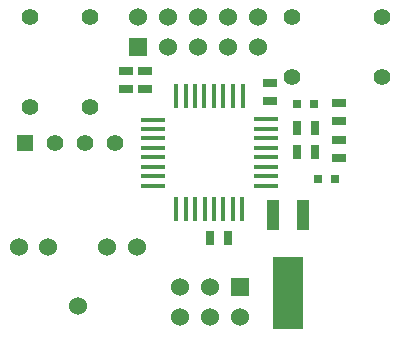
<source format=gts>
G04 (created by PCBNEW (2013-04-19 BZR 4011)-stable) date 6/24/2013 11:27:29 PM*
%MOIN*%
G04 Gerber Fmt 3.4, Leading zero omitted, Abs format*
%FSLAX34Y34*%
G01*
G70*
G90*
G04 APERTURE LIST*
%ADD10C,0.006*%
%ADD11R,0.055X0.055*%
%ADD12C,0.055*%
%ADD13R,0.06X0.06*%
%ADD14C,0.06*%
%ADD15R,0.045X0.025*%
%ADD16R,0.025X0.045*%
%ADD17R,0.0314X0.0314*%
%ADD18R,0.04X0.099*%
%ADD19R,0.099X0.24*%
%ADD20R,0.0177X0.0787*%
%ADD21R,0.0787X0.0177*%
G04 APERTURE END LIST*
G54D10*
G54D11*
X71850Y-42700D03*
G54D12*
X72850Y-42700D03*
X73850Y-42700D03*
X74850Y-42700D03*
G54D13*
X75600Y-39500D03*
G54D14*
X75600Y-38500D03*
X76600Y-39500D03*
X76600Y-38500D03*
X77600Y-39500D03*
X77600Y-38500D03*
X78600Y-39500D03*
X78600Y-38500D03*
X79600Y-39500D03*
X79600Y-38500D03*
G54D13*
X79000Y-47500D03*
G54D14*
X79000Y-48500D03*
X78000Y-47500D03*
X78000Y-48500D03*
X77000Y-47500D03*
X77000Y-48500D03*
G54D15*
X75200Y-40300D03*
X75200Y-40900D03*
G54D12*
X72000Y-38500D03*
X74000Y-38500D03*
X72000Y-41500D03*
X74000Y-41500D03*
G54D16*
X80900Y-43000D03*
X81500Y-43000D03*
G54D17*
X81605Y-43900D03*
X82195Y-43900D03*
G54D18*
X81100Y-45105D03*
X80100Y-45105D03*
G54D19*
X80600Y-47690D03*
G54D16*
X78600Y-45850D03*
X78000Y-45850D03*
G54D15*
X80000Y-41300D03*
X80000Y-40700D03*
G54D14*
X71631Y-46153D03*
X72615Y-46153D03*
X74584Y-46153D03*
X75568Y-46153D03*
X73600Y-48122D03*
G54D12*
X80750Y-40500D03*
X80750Y-38500D03*
X83750Y-40500D03*
X83750Y-38500D03*
G54D15*
X82300Y-42600D03*
X82300Y-43200D03*
X75850Y-40900D03*
X75850Y-40300D03*
X82300Y-41350D03*
X82300Y-41950D03*
G54D16*
X80900Y-42200D03*
X81500Y-42200D03*
G54D17*
X81495Y-41400D03*
X80905Y-41400D03*
G54D20*
X79093Y-44896D03*
X78778Y-44896D03*
X78463Y-44896D03*
X78148Y-44896D03*
X77833Y-44896D03*
X77518Y-44896D03*
X77203Y-44896D03*
X76888Y-44896D03*
X76890Y-41130D03*
X79100Y-41130D03*
X78780Y-41130D03*
X78460Y-41130D03*
X78150Y-41130D03*
X77830Y-41130D03*
X77520Y-41130D03*
X77200Y-41130D03*
G54D21*
X76100Y-44112D03*
X76100Y-43798D03*
X76100Y-43482D03*
X76100Y-43168D03*
X76100Y-42852D03*
X76100Y-42538D03*
X76100Y-42222D03*
X76100Y-41908D03*
X79880Y-44110D03*
X79880Y-43800D03*
X79880Y-43480D03*
X79880Y-43170D03*
X79880Y-42860D03*
X79880Y-42540D03*
X79880Y-42220D03*
X79880Y-41900D03*
M02*

</source>
